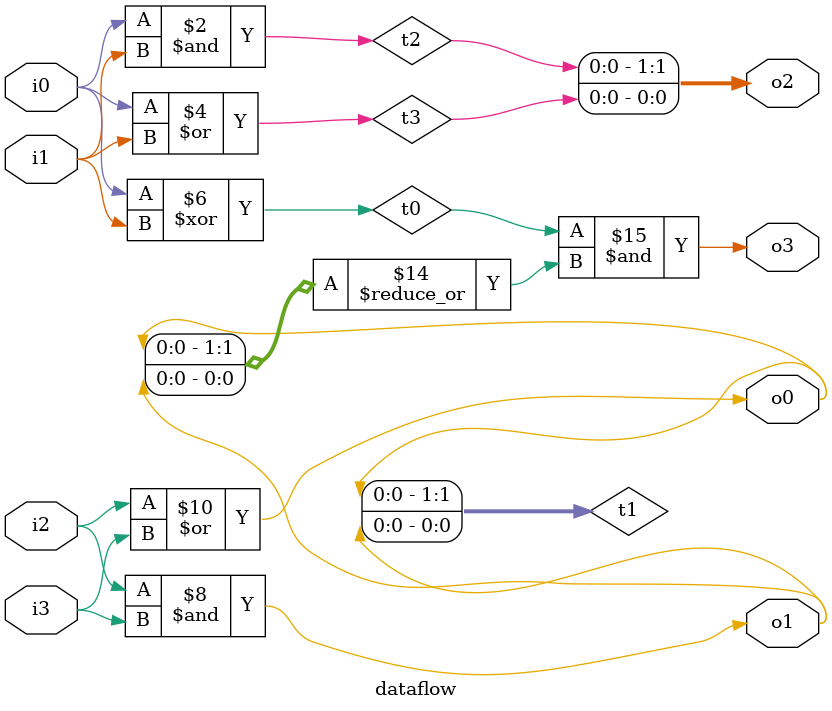
<source format=v>
module dataflow (i0, i1, i2, i3, o0, o1, o2, o3);

	input i0, i1, i2, i3;
	output reg o0, o1;
	output reg [1:0] o2;
	output reg o3;

	reg t0;
	reg [1:0] t1;

	// implicit assignment without delay
	
    reg t2;
    
    always @ (i0 & i1) begin
        t2 <= i0 & i1;
    end


    

	// implicit assignment with delay
	
    reg t3;
    
    always @ (i0 | i1) begin
        t3 <= #5 i0 | i1;
    end


    

	// explicit assignmnet to reg without delay
	
    always @ (i0 ^ i1) begin
        t0 <= i0 ^ i1;
    end



	// explicit assignmnet to reg with delay
	
    always @ (i2 & i3) begin
        t1[0] <= #4 i2 & i3;
    end


	
    always @ (i2 | i3) begin
        t1[1] <= #4 i2 | i3;
    end



	// explicit assignment with complex lhs
	
    always @ (t1) begin
        {o0,o1} <= t1;
    end



	// explicit assignment with complex rhs
	
    always @ ({t2,t3}) begin
        o2 <= {t2,t3};
    end



	
    always @ (t0 & (|t1)) begin
        o3 <= t0 & (|t1);
    end



endmodule

</source>
